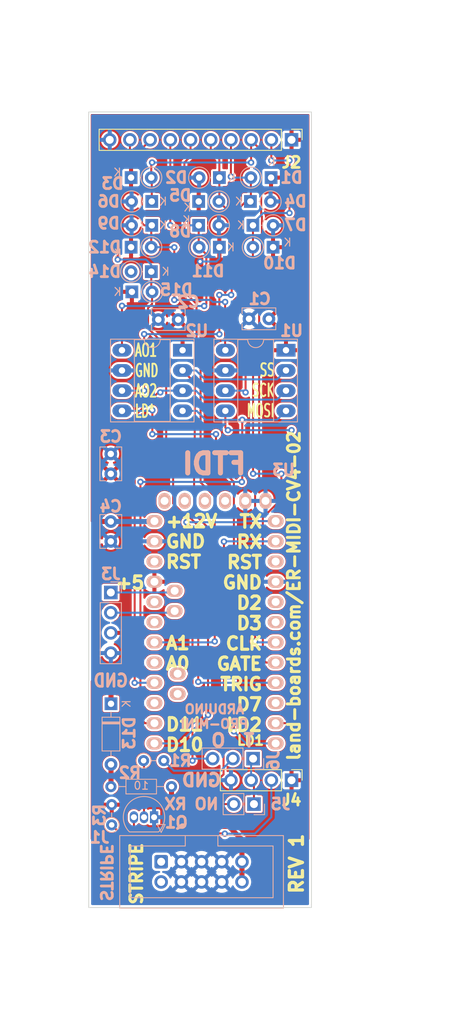
<source format=kicad_pcb>
(kicad_pcb (version 20211014) (generator pcbnew)
  (title_block (title "SYNTH MIDI CONTROLLER") (date "2022-09-23") (rev "1") (company "LAND BOARDS, LLC"))
  (layers (0 "F.Cu" signal) (31 "B.Cu" signal) (34 "B.Paste" user) (35 "F.Paste" user) (36 "B.SilkS" user "B.Silkscreen") (37 "F.SilkS" user "F.Silkscreen") (38 "B.Mask" user) (39 "F.Mask" user) (44 "Edge.Cuts" user))
  (net 0 "")
  (net 1 "+5V")
  (net 2 "+12V")
  (net 5 "Net-(J5-Pad2)")
  (net 6 "GND")
  (net 7 "+12P")
  (net 8 "Net-(D13-Pad2)")
  (net 9 "/SCK")
  (net 10 "/MOSI")
  (net 11 "/LDAC2*")
  (net 12 "/LDAC1*")
  (net 18 "/CV2_D")
  (net 19 "/CV1_D")
  (net 20 "/CV3_D")
  (net 21 "/CV4_D")
  (net 22 "/SDA")
  (net 23 "/SCL")
  (net 29 "/POT")
  (net 32 "/SS")
  (net 35 "/RBO")
  (net 36 "/TXD")
  (net 37 "/MIDI_OUT")
  (net 38 "/MIDI_IN")
  (net 39 "/GATE_D")
  (net 40 "/CLK_D")
  (net 41 "/TRIG_D")
  (net 42 "Net-(R1-Pad2)")
  (footprint "Connector_PinHeader_2.54mm:PinHeader_1x10_P2.54mm_Vertical" (layer "F.Cu") (at 126.5 35.5 -90)
    (fp_text reference "J2" (at 2.84 -0.000001) (layer "F.SilkS") (effects (font (size 1.397 1.397) (thickness 0.34925))))
    (fp_text value "HEADER, STRT, 1x10")
    (pad "1" thru_hole rect (at 0 0 270) (size 1.7 1.7) (drill 1) (layers *.Cu *.Mask) (net 1 "+5V"))
    (pad "2" thru_hole oval (at 0 2.54 270) (size 1.7 1.7) (drill 1) (layers *.Cu *.Mask) (net 39 "/GATE_D"))
    (pad "3" thru_hole oval (at 0 5.08 270) (size 1.7 1.7) (drill 1) (layers *.Cu *.Mask) (net 40 "/CLK_D"))
    (pad "4" thru_hole oval (at 0 7.62 270) (size 1.7 1.7) (drill 1) (layers *.Cu *.Mask) (net 21 "/CV4_D"))
    (pad "5" thru_hole oval (at 0 10.16 270) (size 1.7 1.7) (drill 1) (layers *.Cu *.Mask) (net 18 "/CV2_D"))
    (pad "6" thru_hole oval (at 0 12.7 270) (size 1.7 1.7) (drill 1) (layers *.Cu *.Mask) (net 29 "/POT"))
    (pad "7" thru_hole oval (at 0 15.24 270) (size 1.7 1.7) (drill 1) (layers *.Cu *.Mask) (net 19 "/CV1_D"))
    (pad "8" thru_hole oval (at 0 17.78 270) (size 1.7 1.7) (drill 1) (layers *.Cu *.Mask) (net 20 "/CV3_D"))
    (pad "9" thru_hole oval (at 0 20.32 270) (size 1.7 1.7) (drill 1) (layers *.Cu *.Mask) (net 41 "/TRIG_D"))
    (pad "10" thru_hole oval (at 0 22.86 270) (size 1.7 1.7) (drill 1) (layers *.Cu *.Mask) (net 6 "GND"))
  )
  (footprint "Connector_PinHeader_2.54mm:PinHeader_1x04_P2.54mm_Vertical" (layer "F.Cu") (at 126.5 116 -90)
    (fp_text reference "J4" (at 2.5 0) (layer "F.SilkS") (effects (font (size 1.397 1.397) (thickness 0.34925))))
    (fp_text value "HEADER, STRT, 1x4")
    (pad "1" thru_hole rect (at 0 0 270) (size 1.7 1.7) (drill 1) (layers *.Cu *.Mask) (net 1 "+5V"))
    (pad "2" thru_hole oval (at 0 2.54 270) (size 1.7 1.7) (drill 1) (layers *.Cu *.Mask) (net 37 "/MIDI_OUT"))
    (pad "3" thru_hole oval (at 0 5.08 270) (size 1.7 1.7) (drill 1) (layers *.Cu *.Mask) (net 38 "/MIDI_IN"))
    (pad "4" thru_hole oval (at 0 7.62 270) (size 1.7 1.7) (drill 1) (layers *.Cu *.Mask) (net 6 "GND"))
  )
  (footprint "Diode_THT:D_DO-35_SOD27_P2.54mm_Vertical_KathodeUp" (layer "B.Cu") (at 114.824315 46.25)
    (fp_text reference "D8" (at -2.324315 0.750008) (layer "B.SilkS") (effects (font (size 1.397 1.397) (thickness 0.34925)) (justify mirror)))
    (fp_text value "BAT41")
    (fp_text user "K" (at -1.540315 -0.657) (layer "B.SilkS") (effects (justify mirror)))
    (pad "1" thru_hole rect (at 0 0) (size 1.6 1.6) (drill 0.8) (layers *.Cu *.Mask) (net 19 "/CV1_D"))
    (pad "2" thru_hole oval (at 2.54 0) (size 1.6 1.6) (drill 0.8) (layers *.Cu *.Mask) (net 6 "GND"))
  )
  (footprint "Resistor_THT:R_Axial_DIN0204_L3.6mm_D1.6mm_P2.54mm_Vertical" (layer "B.Cu") (at 107.9 113.538)
    (fp_text reference "R1" (at 4.622 0) (layer "B.SilkS") (effects (font (size 1.397 1.397) (thickness 0.34925)) (justify mirror)))
    (fp_text value "2.2K")
    (pad "1" thru_hole circle (at 0 0) (size 1.4 1.4) (drill 0.7) (layers *.Cu *.Mask) (net 35 "/RBO"))
    (pad "2" thru_hole oval (at 2.54 0) (size 1.4 1.4) (drill 0.7) (layers *.Cu *.Mask) (net 42 "Net-(R1-Pad2)"))
  )
  (footprint "Connector_PinHeader_2.54mm:PinHeader_1x02_P2.54mm_Vertical" (layer "B.Cu") (at 121.775 119 90)
    (fp_text reference "J5" (at 0 3.325) (layer "B.SilkS") (effects (font (size 1.397 1.397) (thickness 0.34925)) (justify mirror)))
    (fp_text value "HEADER, STRT, 1x2")
    (pad "1" thru_hole rect (at 0 0 90) (size 1.7 1.7) (drill 1) (layers *.Cu *.Mask) (net 38 "/MIDI_IN"))
    (pad "2" thru_hole oval (at 0 -2.54 90) (size 1.7 1.7) (drill 1) (layers *.Cu *.Mask) (net 5 "Net-(J5-Pad2)"))
  )
  (footprint "Diode_THT:D_DO-35_SOD27_P2.54mm_Vertical_KathodeUp" (layer "B.Cu") (at 106.324315 40.25)
    (fp_text reference "D3" (at -2.324315 0.749994) (layer "B.SilkS") (effects (font (size 1.397 1.397) (thickness 0.34925)) (justify mirror)))
    (fp_text value "BAT41")
    (fp_text user "K" (at -1.724315 -0.65) (layer "B.SilkS") (effects (justify mirror)))
    (pad "1" thru_hole rect (at 0 0) (size 1.6 1.6) (drill 0.8) (layers *.Cu *.Mask) (net 1 "+5V"))
    (pad "2" thru_hole oval (at 2.54 0) (size 1.6 1.6) (drill 0.8) (layers *.Cu *.Mask) (net 40 "/CLK_D"))
  )
  (footprint "Capacitor_THT:C_Rect_L4.0mm_W2.5mm_P2.50mm" (layer "B.Cu") (at 123.65 58 180)
    (fp_text reference "C1" (at 1.15 2.5) (layer "B.SilkS") (effects (font (size 1.397 1.397) (thickness 0.34925)) (justify mirror)))
    (fp_text value "0.1uF")
    (pad "1" thru_hole circle (at 0 0 180) (size 1.6 1.6) (drill 0.8) (layers *.Cu *.Mask) (net 1 "+5V"))
    (pad "2" thru_hole circle (at 2.5 0 180) (size 1.6 1.6) (drill 0.8) (layers *.Cu *.Mask) (net 6 "GND"))
  )
  (footprint "Resistor_THT:R_Axial_DIN0204_L3.6mm_D1.6mm_P2.54mm_Vertical" (layer "B.Cu") (at 103.886 121.616 90)
    (fp_text reference "R3" (at 1.23 -1.524 90) (layer "B.SilkS") (effects (font (size 1.397 1.397) (thickness 0.34925)) (justify mirror)))
    (fp_text value "470")
    (pad "1" thru_hole circle (at 0 0 90) (size 1.4 1.4) (drill 0.7) (layers *.Cu *.Mask) (net 37 "/MIDI_OUT"))
    (pad "2" thru_hole oval (at 2.54 0 90) (size 1.4 1.4) (drill 0.7) (layers *.Cu *.Mask) (net 1 "+5V"))
  )
  (footprint "Diode_THT:D_DO-35_SOD27_P2.54mm_Vertical_KathodeUp" (layer "B.Cu") (at 106.324315 49)
    (fp_text reference "D12" (at -3.324315 0) (layer "B.SilkS") (effects (font (size 1.397 1.397) (thickness 0.34925)) (justify mirror)))
    (fp_text value "BAT41")
    (fp_text user "K" (at -1.676315 0.784) (layer "B.SilkS") (effects (justify mirror)))
    (pad "1" thru_hole rect (at 0 0) (size 1.6 1.6) (drill 0.8) (layers *.Cu *.Mask) (net 1 "+5V"))
    (pad "2" thru_hole oval (at 2.54 0) (size 1.6 1.6) (drill 0.8) (layers *.Cu *.Mask) (net 20 "/CV3_D"))
  )
  (footprint "Package_DIP:DIP-8_W7.62mm_Socket_LongPads" (layer "B.Cu") (at 125.8 61.95 180)
    (fp_text reference "U1" (at -0.7 2.45) (layer "B.SilkS") (effects (font (size 1.397 1.397) (thickness 0.34925)) (justify mirror)))
    (fp_text value "MCP4822-E/P")
    (pad "1" thru_hole rect (at 0 0 180) (size 2.4 1.6) (drill 0.8) (layers *.Cu *.Mask) (net 1 "+5V"))
    (pad "2" thru_hole oval (at 0 -2.54 180) (size 2.4 1.6) (drill 0.8) (layers *.Cu *.Mask) (net 32 "/SS"))
    (pad "3" thru_hole oval (at 0 -5.08 180) (size 2.4 1.6) (drill 0.8) (layers *.Cu *.Mask) (net 9 "/SCK"))
    (pad "4" thru_hole oval (at 0 -7.62 180) (size 2.4 1.6) (drill 0.8) (layers *.Cu *.Mask) (net 10 "/MOSI"))
    (pad "5" thru_hole oval (at 7.62 -7.62 180) (size 2.4 1.6) (drill 0.8) (layers *.Cu *.Mask) (net 11 "/LDAC2*"))
    (pad "6" thru_hole oval (at 7.62 -5.08 180) (size 2.4 1.6) (drill 0.8) (layers *.Cu *.Mask) (net 21 "/CV4_D"))
    (pad "7" thru_hole oval (at 7.62 -2.54 180) (size 2.4 1.6) (drill 0.8) (layers *.Cu *.Mask) (net 6 "GND"))
    (pad "8" thru_hole oval (at 7.62 0 180) (size 2.4 1.6) (drill 0.8) (layers *.Cu *.Mask) (net 20 "/CV3_D"))
  )
  (footprint "Capacitor_THT:C_Rect_L4.0mm_W2.5mm_P2.50mm" (layer "B.Cu") (at 103.775 83.481 -90)
    (fp_text reference "C4" (at -1.904988 -0.000002) (layer "B.SilkS") (effects (font (size 1.397 1.397) (thickness 0.34925)) (justify mirror)))
    (fp_text value "0.1uF")
    (pad "1" thru_hole circle (at 0 0 270) (size 1.6 1.6) (drill 0.8) (layers *.Cu *.Mask) (net 7 "+12P"))
    (pad "2" thru_hole circle (at 2.5 0 270) (size 1.6 1.6) (drill 0.8) (layers *.Cu *.Mask) (net 6 "GND"))
  )
  (footprint "Package_DIP:DIP-8_W7.62mm_Socket_LongPads" (layer "B.Cu") (at 112.8 61.95 180)
    (fp_text reference "U2" (at -1.799999 2.45) (layer "B.SilkS") (effects (font (size 1.397 1.397) (thickness 0.34925)) (justify mirror)))
    (fp_text value "MCP4822-E/P")
    (pad "1" thru_hole rect (at 0 0 180) (size 2.4 1.6) (drill 0.8) (layers *.Cu *.Mask) (net 1 "+5V"))
    (pad "2" thru_hole oval (at 0 -2.54 180) (size 2.4 1.6) (drill 0.8) (layers *.Cu *.Mask) (net 32 "/SS"))
    (pad "3" thru_hole oval (at 0 -5.08 180) (size 2.4 1.6) (drill 0.8) (layers *.Cu *.Mask) (net 9 "/SCK"))
    (pad "4" thru_hole oval (at 0 -7.62 180) (size 2.4 1.6) (drill 0.8) (layers *.Cu *.Mask) (net 10 "/MOSI"))
    (pad "5" thru_hole oval (at 7.62 -7.62 180) (size 2.4 1.6) (drill 0.8) (layers *.Cu *.Mask) (net 12 "/LDAC1*"))
    (pad "6" thru_hole oval (at 7.62 -5.08 180) (size 2.4 1.6) (drill 0.8) (layers *.Cu *.Mask) (net 18 "/CV2_D"))
    (pad "7" thru_hole oval (at 7.62 -2.54 180) (size 2.4 1.6) (drill 0.8) (layers *.Cu *.Mask) (net 6 "GND"))
    (pad "8" thru_hole oval (at 7.62 0 180) (size 2.4 1.6) (drill 0.8) (layers *.Cu *.Mask) (net 19 "/CV1_D"))
  )
  (footprint "Diode_THT:D_DO-35_SOD27_P2.54mm_Vertical_KathodeUp" (layer "B.Cu") (at 114.824315 43.25)
    (fp_text reference "D5" (at -2.324315 -0.75) (layer "B.SilkS") (effects (font (size 1.397 1.397) (thickness 0.34925)) (justify mirror)))
    (fp_text value "BAT41")
    (fp_text user "K" (at -1.413315 0.75) (layer "B.SilkS") (effects (justify mirror)))
    (pad "1" thru_hole rect (at 0 0) (size 1.6 1.6) (drill 0.8) (layers *.Cu *.Mask) (net 1 "+5V"))
    (pad "2" thru_hole oval (at 2.54 0) (size 1.6 1.6) (drill 0.8) (layers *.Cu *.Mask) (net 18 "/CV2_D"))
  )
  (footprint "Diode_THT:D_DO-35_SOD27_P2.54mm_Vertical_KathodeUp" (layer "B.Cu") (at 106.426 54.61)
    (fp_text reference "D15" (at 5.588 -0.254) (layer "B.SilkS") (effects (font (size 1.397 1.397) (thickness 0.34925)) (justify mirror)))
    (fp_text value "BAT41")
    (fp_text user "K" (at -1.8 0) (layer "B.SilkS") (effects (justify mirror)))
    (pad "1" thru_hole rect (at 0 0) (size 1.6 1.6) (drill 0.8) (layers *.Cu *.Mask) (net 1 "+5V"))
    (pad "2" thru_hole oval (at 2.54 0) (size 1.6 1.6) (drill 0.8) (layers *.Cu *.Mask) (net 41 "/TRIG_D"))
  )
  (footprint "Diode_THT:D_DO-35_SOD27_P2.54mm_Vertical_KathodeUp" (layer "B.Cu") (at 108.867686 52.07 180)
    (fp_text reference "D14" (at 5.867686 0) (layer "B.SilkS") (effects (font (size 1.397 1.397) (thickness 0.34925)) (justify mirror)))
    (fp_text value "BAT41")
    (fp_text user "K" (at -1.8 0) (layer "B.SilkS") (effects (justify mirror)))
    (pad "1" thru_hole rect (at 0 0 180) (size 1.6 1.6) (drill 0.8) (layers *.Cu *.Mask) (net 41 "/TRIG_D"))
    (pad "2" thru_hole oval (at 2.54 0 180) (size 1.6 1.6) (drill 0.8) (layers *.Cu *.Mask))
  )
  (footprint "Connector_PinHeader_2.54mm:PinHeader_1x03_P2.54mm_Vertical" (layer "B.Cu") (at 121.666 113.284 90)
    (fp_text reference "J6" (at -0.254 2.54 90) (layer "B.SilkS") (effects (font (size 1.397 1.397) (thickness 0.34925)) (justify mirror)))
    (fp_text value "Conn_01x03")
    (pad "1" thru_hole rect (at 0 0 90) (size 1.7 1.7) (drill 1) (layers *.Cu *.Mask) (net 38 "/MIDI_IN"))
    (pad "2" thru_hole oval (at 0 -2.54 90) (size 1.7 1.7) (drill 1) (layers *.Cu *.Mask) (net 42 "Net-(R1-Pad2)"))
    (pad "3" thru_hole oval (at 0 -5.08 90) (size 1.7 1.7) (drill 1) (layers *.Cu *.Mask) (net 36 "/TXD"))
  )
  (footprint "Diode_THT:D_DO-35_SOD27_P2.54mm_Vertical_KathodeUp" (layer "B.Cu") (at 121.648629 46.25)
    (fp_text reference "D7" (at 5.351371 -0.049991) (layer "B.SilkS") (effects (font (size 1.397 1.397) (thickness 0.34925)) (justify mirror)))
    (fp_text value "BAT41")
    (fp_text user "K" (at -1.506629 -0.022) (layer "B.SilkS") (effects (justify mirror)))
    (pad "1" thru_hole rect (at 0 0) (size 1.6 1.6) (drill 0.8) (layers *.Cu *.Mask) (net 39 "/GATE_D"))
    (pad "2" thru_hole oval (at 2.54 0) (size 1.6 1.6) (drill 0.8) (layers *.Cu *.Mask) (net 6 "GND"))
  )
  (footprint "Diode_THT:D_DO-35_SOD27_P2.54mm_Vertical_KathodeUp" (layer "B.Cu") (at 123.925686 40.25 180)
    (fp_text reference "D1" (at -2.574314 -0.000008) (layer "B.SilkS") (effects (font (size 1.397 1.397) (thickness 0.34925)) (justify mirror)))
    (fp_text value "BAT41")
    (fp_text user "K" (at -0.074314 2) (layer "B.SilkS") (effects (justify mirror)))
    (pad "1" thru_hole rect (at 0 0 180) (size 1.6 1.6) (drill 0.8) (layers *.Cu *.Mask) (net 1 "+5V"))
    (pad "2" thru_hole oval (at 2.54 0 180) (size 1.6 1.6) (drill 0.8) (layers *.Cu *.Mask) (net 21 "/CV4_D"))
  )
  (footprint "Connector_IDC:IDC-Header_2x05_P2.54mm_Vertical" (layer "B.Cu") (at 110.109 126.2475 -90)
    (fp_text reference "J1" (at -3.0575 7.747 180) (layer "B.SilkS") (effects (font (size 1.397 1.397) (thickness 0.34925)) (justify mirror)))
    (fp_text value "CONN, IDC, 2X5")
    (pad "1" thru_hole roundrect (at 0 0 270) (size 1.7 1.7) (drill 1) (layers *.Cu *.Mask) (roundrect_rratio 0.1470588235))
    (pad "2" thru_hole circle (at 2.54 0 270) (size 1.7 1.7) (drill 1) (layers *.Cu *.Mask))
    (pad "3" thru_hole circle (at 0 -2.54 270) (size 1.7 1.7) (drill 1) (layers *.Cu *.Mask) (net 6 "GND"))
    (pad "4" thru_hole circle (at 2.54 -2.54 270) (size 1.7 1.7) (drill 1) (layers *.Cu *.Mask) (net 6 "GND"))
    (pad "5" thru_hole circle (at 0 -5.08 270) (size 1.7 1.7) (drill 1) (layers *.Cu *.Mask) (net 6 "GND"))
    (pad "6" thru_hole circle (at 2.54 -5.08 270) (size 1.7 1.7) (drill 1) (layers *.Cu *.Mask) (net 6 "GND"))
    (pad "7" thru_hole circle (at 0 -7.62 270) (size 1.7 1.7) (drill 1) (layers *.Cu *.Mask) (net 6 "GND"))
    (pad "8" thru_hole circle (at 2.54 -7.62 270) (size 1.7 1.7) (drill 1) (layers *.Cu *.Mask) (net 6 "GND"))
    (pad "9" thru_hole circle (at 0 -10.16 270) (size 1.7 1.7) (drill 1) (layers *.Cu *.Mask) (net 2 "+12V"))
    (pad "10" thru_hole circle (at 2.54 -10.16 270) (size 1.7 1.7) (drill 1) (layers *.Cu *.Mask) (net 2 "+12V"))
  )
  (footprint "Diode_THT:D_DO-35_SOD27_P2.54mm_Vertical_KathodeUp" (layer "B.Cu") (at 117.425686 49 180)
    (fp_text reference "D11" (at 1.425686 -3) (layer "B.SilkS") (effects (font (size 1.397 1.397) (thickness 0.34925)) (justify mirror)))
    (fp_text value "BAT41")
    (fp_text user "K" (at -1.446314 0) (layer "B.SilkS") (effects (justify mirror)))
    (pad "1" thru_hole rect (at 0 0 180) (size 1.6 1.6) (drill 0.8) (layers *.Cu *.Mask) (net 1 "+5V"))
    (pad "2" thru_hole oval (at 2.54 0 180) (size 1.6 1.6) (drill 0.8) (layers *.Cu *.Mask) (net 19 "/CV1_D"))
  )
  (footprint "Diode_THT:D_DO-35_SOD27_P2.54mm_Vertical_KathodeUp" (layer "B.Cu") (at 117.425686 40.25 180)
    (fp_text reference "D2" (at 5.425686 -0.000008) (layer "B.SilkS") (effects (font (size 1.397 1.397) (thickness 0.34925)) (justify mirror)))
    (fp_text value "BAT41")
    (fp_text user "K" (at -1.574314 0) (layer "B.SilkS") (effects (justify mirror)))
    (pad "1" thru_hole rect (at 0 0 180) (size 1.6 1.6) (drill 0.8) (layers *.Cu *.Mask) (net 18 "/CV2_D"))
    (pad "2" thru_hole oval (at 2.54 0 180) (size 1.6 1.6) (drill 0.8) (layers *.Cu *.Mask) (net 6 "GND"))
  )
  (footprint "LandBoards_BoardOutlines:ArduProMini" (layer "B.Cu") (at 127.040005 77.080008 180)
    (fp_text reference "U3" (at 1.540005 0.080008) (layer "B.SilkS") (effects (font (size 1.397 1.397) (thickness 0.34925)) (justify mirror)))
    (fp_text value "ARDUINO PRO MINI 5V" hide)
    (pad "1" thru_hole oval locked (at 3.81 -3.81 180) (size 1.524 2) (drill 1) (layers *.Cu *.Mask "B.SilkS") (net 6 "GND"))
    (pad "2" thru_hole oval locked (at 6.35 -3.81 180) (size 1.524 2) (drill 1) (layers *.Cu *.Mask "B.SilkS") (net 6 "GND"))
    (pad "3" thru_hole oval locked (at 8.89 -3.81 180) (size 1.524 2) (drill 1) (layers *.Cu *.Mask "B.SilkS"))
    (pad "4" thru_hole oval locked (at 11.43 -3.81 180) (size 1.524 2) (drill 1) (layers *.Cu *.Mask "B.SilkS"))
    (pad "5" thru_hole oval locked (at 13.97 -3.81 180) (size 1.524 2) (drill 1) (layers *.Cu *.Mask "B.SilkS"))
    (pad "6" thru_hole oval locked (at 16.51 -3.81 180) (size 1.524 2) (drill 1) (layers *.Cu *.Mask "B.SilkS"))
    (pad "7" thru_hole oval locked (at 2.54 -6.35 180) (size 2 1.524) (drill 1) (layers *.Cu *.Mask "B.SilkS") (net 36 "/TXD"))
    (pad "8" thru_hole oval locked (at 2.54 -8.89 180) (size 2 1.524) (drill 1) (layers *.Cu *.Mask "B.SilkS") (net 5 "Net-(J5-Pad2)"))
    (pad "9" thru_hole oval locked (at 2.54 -11.43 180) (size 2 1.524) (drill 1) (layers *.Cu *.Mask "B.SilkS"))
    (pad "10" thru_hole oval locked (at 2.54 -13.97 180) (size 2 1.524) (drill 1) (layers *.Cu *.Mask "B.SilkS") (net 6 "GND"))
    (pad "11" thru_hole oval locked (at 2.54 -16.51 180) (size 2 1.524) (drill 1) (layers *.Cu *.Mask "B.SilkS"))
    (pad "12" thru_hole oval locked (at 2.54 -19.05 180) (size 2 1.524) (drill 1) (layers *.Cu *.Mask "B.SilkS"))
    (pad "13" thru_hole oval locked (at 2.54 -21.59 180) (size 2 1.524) (drill 1) (layers *.Cu *.Mask "B.SilkS") (net 40 "/CLK_D"))
    (pad "14" thru_hole oval locked (at 2.54 -24.13 180) (size 2 1.524) (drill 1) (layers *.Cu *.Mask "B.SilkS") (net 39 "/GATE_D"))
    (pad "15" thru_hole oval locked (at 2.54 -26.67 180) (size 2 1.524) (drill 1) (layers *.Cu *.Mask "B.SilkS") (net 41 "/TRIG_D"))
    (pad "16" thru_hole oval locked (at 2.54 -29.21 180) (size 2 1.524) (drill 1) (layers *.Cu *.Mask "B.SilkS"))
    (pad "17" thru_hole oval locked (at 2.54 -31.75 180) (size 2 1.524) (drill 1) (layers *.Cu *.Mask "B.SilkS") (net 11 "/LDAC2*"))
    (pad "18" thru_hole oval locked (at 2.54 -34.29 180) (size 2 1.524) (drill 1) (layers *.Cu *.Mask "B.SilkS") (net 12 "/LDAC1*"))
    (pad "19" thru_hole oval locked (at 17.78 -6.35 180) (size 2 1.524) (drill 1) (layers *.Cu *.Mask "B.SilkS") (net 7 "+12P"))
    (pad "20" thru_hole oval locked (at 17.78 -8.89 180) (size 2 1.524) (drill 1) (layers *.Cu *.Mask "B.SilkS") (net 6 "GND"))
    (pad "21" thru_hole oval locked (at 17.78 -11.43 180) (size 2 1.524) (drill 1) (layers *.Cu *.Mask "B.SilkS"))
    (pad "22" thru_hole oval locked (at 17.78 -13.97 180) (size 2 1.524) (drill 1) (layers *.Cu *.Mask "B.SilkS") (net 1 "+5V"))
    (pad "23" thru_hole oval locked (at 17.78 -16.51 180) (size 2 1.524) (drill 1) (layers *.Cu *.Mask "B.SilkS"))
    (pad "24" thru_hole oval locked (at 17.78 -19.05 180) (size 2 1.524) (drill 1) (layers *.Cu *.Mask "B.SilkS"))
    (pad "25" thru_hole oval locked (at 17.78 -21.59 180) (size 2 1.524) (drill 1) (layers *.Cu *.Mask "B.SilkS") (net 29 "/POT"))
    (pad "26" thru_hole oval locked (at 17.78 -24.13 180) (size 2 1.524) (drill 1) (layers *.Cu *.Mask "B.SilkS"))
    (pad "27" thru_hole oval locked (at 17.78 -26.67 180) (size 2 1.524) (drill 1) (layers *.Cu *.Mask "B.SilkS") (net 9 "/SCK"))
    (pad "28" thru_hole oval locked (at 17.78 -29.21 180) (size 2 1.524) (drill 1) (layers *.Cu *.Mask "B.SilkS"))
    (pad "29" thru_hole oval locked (at 17.78 -31.75 180) (size 2 1.524) (drill 1) (layers *.Cu *.Mask "B.SilkS") (net 10 "/MOSI"))
    (pad "30" thru_hole oval locked (at 17.78 -34.29 180) (size 2 1.524) (drill 1) (layers *.Cu *.Mask "B.SilkS") (net 32 "/SS"))
    (pad "31" thru_hole oval locked (at 15.24 -15.113 180) (size 2 1.524) (drill 1) (layers *.Cu *.Mask "B.SilkS") (net 23 "/SCL"))
    (pad "32" thru_hole oval locked (at 15.24 -17.653 180) (size 2 1.524) (drill 1) (layers *.Cu *.Mask "B.SilkS") (net 22 "/SDA"))
    (pad "34" thru_hole oval locked (at 14.859 -25.527 180) (size 2 1.524) (drill 1) (layers *.Cu *.Mask "B.SilkS"))
    (pad "35" thru_hole oval locked (at 14.859 -28.067 180) (size 2 1.524) (drill 1) (layers *.Cu *.Mask "B.SilkS"))
  )
  (footprint "Capacitor_THT:C_Rect_L4.0mm_W2.5mm_P2.50mm" (layer "B.Cu") (at 103.775 77.481 90)
    (fp_text reference "C3" (at 4.679012 0.000002 180) (layer "B.SilkS") (effects (font (size 1.397 1.397) (thickness 0.34925)) (justify mirror)))
    (fp_text value "0.1uF")
    (pad "1" thru_hole circle (at 0 0 90) (size 1.6 1.6) (drill 0.8) (layers *.Cu *.Mask) (net 1 "+5V"))
    (pad "2" thru_hole circle (at 2.5 0 90) (size 1.6 1.6) (drill 0.8) (layers *.Cu *.Mask) (net 6 "GND"))
  )
  (footprint "Diode_THT:D_DO-35_SOD27_P2.54mm_Vertical_KathodeUp" (layer "B.Cu") (at 108.925686 43.25 180)
    (fp_text reference "D6" (at 5.425686 -0.000002) (layer "B.SilkS") (effects (font (size 1.397 1.397) (thickness 0.34925)) (justify mirror)))
    (fp_text value "BAT41")
    (fp_text user "K" (at -1.437314 0) (layer "B.SilkS") (effects (justify mirror)))
    (pad "1" thru_hole rect (at 0 0 180) (size 1.6 1.6) (drill 0.8) (layers *.Cu *.Mask) (net 40 "/CLK_D"))
    (pad "2" thru_hole oval (at 2.54 0 180) (size 1.6 1.6) (drill 0.8) (layers *.Cu *.Mask) (net 6 "GND"))
  )
  (footprint "Capacitor_THT:C_Rect_L4.0mm_W2.5mm_P2.50mm" (layer "B.Cu") (at 112.25 58.1 180)
    (fp_text reference "C2" (at -1.288 2.22 180) (layer "B.SilkS") (effects (font (size 1.397 1.397) (thickness 0.34925)) (justify mirror)))
    (fp_text value "0.1uF")
    (pad "1" thru_hole circle (at 0 0 180) (size 1.6 1.6) (drill 0.8) (layers *.Cu *.Mask) (net 1 "+5V"))
    (pad "2" thru_hole circle (at 2.5 0 180) (size 1.6 1.6) (drill 0.8) (layers *.Cu *.Mask) (net 6 "GND"))
  )
  (footprint "Connector_PinHeader_2.54mm:PinHeader_1x04_P2.54mm_Vertical" (layer "B.Cu") (at 103.775 92.401 180)
    (fp_text reference "J3" (at -0.000002 2.330009) (layer "B.SilkS") (effects (font (size 1.397 1.397) (thickness 0.34925)) (justify mirror)))
    (fp_text value "Conn_01x04")
    (pad "1" thru_hole rect (at 0 0 180) (size 1.7 1.7) (drill 1) (layers *.Cu *.Mask) (net 23 "/SCL"))
    (pad "2" thru_hole oval (at 0 -2.54 180) (size 1.7 1.7) (drill 1) (layers *.Cu *.Mask) (net 22 "/SDA"))
    (pad "3" thru_hole oval (at 0 -5.08 180) (size 1.7 1.7) (drill 1) (layers *.Cu *.Mask) (net 1 "+5V"))
    (pad "4" thru_hole oval (at 0 -7.62 180) (size 1.7 1.7) (drill 1) (layers *.Cu *.Mask) (net 6 "GND"))
  )
  (footprint "Package_TO_SOT_THT:TO-92_Inline" (layer "B.Cu") (at 109.22 120.65 180)
    (fp_text reference "Q1" (at -2.794 -0.656) (layer "B.SilkS") (effects (font (size 1.397 1.397) (thickness 0.34925)) (justify mirror)))
    (fp_text value "2N3904")
    (pad "1" thru_hole rect (at 0 0 180) (size 1.05 1.5) (drill 0.75) (layers *.Cu *.Mask) (net 6 "GND"))
    (pad "2" thru_hole oval (at 1.27 0 180) (size 1.05 1.5) (drill 0.75) (layers *.Cu *.Mask) (net 35 "/RBO"))
    (pad "3" thru_hole oval (at 2.54 0 180) (size 1.05 1.5) (drill 0.75) (layers *.Cu *.Mask) (net 37 "/MIDI_OUT"))
  )
  (footprint "Resistor_THT:R_Axial_DIN0204_L3.6mm_D1.6mm_P7.62mm_Horizontal" (layer "B.Cu") (at 111.41 116.8 180)
    (fp_text reference "R2" (at 5.238 1.738) (layer "B.SilkS") (effects (font (size 1.397 1.397) (thickness 0.34925)) (justify mirror)))
    (fp_text value "10" (at 3.81 0.127) (layer "B.SilkS") (effects (justify mirror)))
    (pad "1" thru_hole circle (at 0 0 180) (size 1.4 1.4) (drill 0.7) (layers *.Cu *.Mask) (net 2 "+12V"))
    (pad "2" thru_hole oval (at 7.62 0 180) (size 1.4 1.4) (drill 0.7) (layers *.Cu *.Mask) (net 8 "Net-(D13-Pad2)"))
  )
  (footprint "Diode_THT:D_DO-35_SOD27_P2.54mm_Vertical_KathodeUp" (layer "B.Cu") (at 108.925686 46.25 180)
    (fp_text reference "D9" (at 5.425686 0.25) (layer "B.SilkS") (effects (font (size 1.397 1.397) (thickness 0.34925)) (justify mirror)))
    (fp_text value "BAT41")
    (fp_text user "K" (at -1.437314 0.022) (layer "B.SilkS") (effects (justify mirror)))
    (pad "1" thru_hole rect (at 0 0 180) (size 1.6 1.6) (drill 0.8) (layers *.Cu *.Mask) (net 20 "/CV3_D"))
    (pad "2" thru_hole oval (at 2.54 0 180) (size 1.6 1.6) (drill 0.8) (layers *.Cu *.Mask) (net 6 "GND"))
  )
  (footprint "Diode_THT:D_DO-35_SOD27_P7.62mm_Horizontal" (layer "B.Cu") (at 103.8 106.39 -90)
    (fp_text reference "D13" (at 3.683 -2.286 90) (layer "B.SilkS") (effects (font (size 1.397 1.397) (thickness 0.34925)) (justify mirror)))
    (fp_text value "BAT41")
    (fp_text user "K" (at 0 -1.942 90) (layer "B.SilkS") (effects (justify mirror)))
    (pad "1" thru_hole rect (at 0 0 270) (size 1.6 1.6) (drill 0.8) (layers *.Cu *.Mask) (net 7 "+12P"))
    (pad "2" thru_hole oval (at 7.62 0 270) (size 1.6 1.6) (drill 0.8) (layers *.Cu *.Mask) (net 8 "Net-(D13-Pad2)"))
  )
  (footprint "Diode_THT:D_DO-35_SOD27_P2.54mm_Vertical_KathodeUp" (layer "B.Cu") (at 121.324315 43.25)
    (fp_text reference "D4" (at 5.675685 0.000002) (layer "B.SilkS") (effects (font (size 1.397 1.397) (thickness 0.34925)) (justify mirror)))
    (fp_text value "BAT41")
    (fp_text user "K" (at -1.436315 0) (layer "B.SilkS") (effects (justify mirror)))
    (pad "1" thru_hole rect (at 0 0) (size 1.6 1.6) (drill 0.8) (layers *.Cu *.Mask) (net 21 "/CV4_D"))
    (pad "2" thru_hole oval (at 2.54 0) (size 1.6 1.6) (drill 0.8) (layers *.Cu *.Mask) (net 6 "GND"))
  )
  (footprint "Diode_THT:D_DO-35_SOD27_P2.54mm_Vertical_KathodeUp" (layer "B.Cu") (at 124.175686 49 180)
    (fp_text reference "D10" (at -0.824314 -2) (layer "B.SilkS") (effects (font (size 1.397 1.397) (thickness 0.34925)) (justify mirror)))
    (fp_text value "BAT41")
    (fp_text user "K" (at -1.824314 0.6) (layer "B.SilkS") (effects (justify mirror)))
    (pad "1" thru_hole rect (at 0 0 180) (size 1.6 1.6) (drill 0.8) (layers *.Cu *.Mask) (net 1 "+5V"))
    (pad "2" thru_hole oval (at 2.54 0 180) (size 1.6 1.6) (drill 0.8) (layers *.Cu *.Mask) (net 39 "/GATE_D"))
  )
  (gr_rect (start 101 32) (end 129 132) (layer "Edge.Cuts") (width 0.1) (fill none))
  (gr_text "ARDUINO\nPRO-MINI" (at 116.8 108) (layer "B.SilkS") (effects (font (size 1.143 1.143) (thickness 0.28575)) (justify mirror)))
  (gr_text "T  O" (at 116.205 111) (layer "B.SilkS") (effects (font (size 1.5875 1.5875) (thickness 0.396875)) (justify right mirror)))
  (gr_text "GND" (at 112.5 116) (layer "B.SilkS") (effects (font (size 1.5875 1.5875) (thickness 0.396875)) (justify right mirror)))
  (gr_text "FTDI" (at 116.775 76.231) (layer "B.SilkS") (effects (font (size 2.54 2.54) (thickness 0.635)) (justify mirror)))
  (gr_text "GND" (at 103.775 103.481) (layer "B.SilkS") (effects (font (size 1.5748 1.397) (thickness 0.34925)) (justify mirror)))
  (gr_text "NO RX" (at 117.5 119) (layer "B.SilkS") (effects (font (size 1.397 1.397) (thickness 0.34925)) (justify left mirror)))
  (gr_text "STRIPE" (at 103.199997 127.599999 270) (layer "B.SilkS") (effects (font (size 1.397 1.397) (thickness 0.34925)) (justify mirror)))
  (gr_text "STRIPE" (at 106.999 127.75 90) (layer "F.SilkS") (effects (font (size 1.5 1.5) (thickness 0.375))))
  (gr_text "REV 1" (at 127.127 126.492 90) (layer "F.SilkS") (effects (font (size 1.651 1.651) (thickness 0.41275))))
  (gr_text "TX\nRX\nRST\nGND\nD2\nD3\nCLK\nGATE\nTRIG\nD7\nLD2\n" (at 123.000008 96.266) (layer "F.SilkS") (effects (font (size 1.5875 1.5875) (thickness 0.396875)) (justify right)))
  (gr_text "land-boards.com/ER-MIDI-CV4-02" (at 126.8 92.8 90) (layer "F.SilkS") (effects (font (size 1.5 1.5) (thickness 0.375))))
  (gr_text "+5" (at 108.204 91.186) (layer "F.SilkS") (effects (font (size 1.5875 1.5875) (thickness 0.396875)) (justify right)))
  (gr_text "AO1\nGND\nAO2\nLD*" (at 106.68 65.786) (layer "F.SilkS") (effects (font (size 1.5875 0.9525) (thickness 0.238125)) (justify left)))
  (gr_text "+12V\nGND\nRST\n\n\n\nA1\nA0\n\n\nD11\nD10" (at 110.500008 97.500008) (layer "F.SilkS") (effects (font (size 1.5875 1.5875) (thickness 0.396875)) (justify left)))
  (gr_text "LD1" (at 123.19 110.998) (layer "F.SilkS") (effects (font (size 1.2 1.2) (thickness 0.3)) (justify right)))
  (gr_text "SS\nSCK\nMOSI" (at 124.500005 66.999993) (layer "F.SilkS") (effects (font (size 1.5875 0.9525) (thickness 0.238125)) (justify right)))
  (via (at 115 50.8) (size 0.8) (drill 0.4) (layers "F.Cu" "B.Cu") (net 1))
  (segment (start 117.425686 49) (end 117.425686 50.425686) (width 0.25) (layer "B.Cu") (net 1))
  (segment (start 117.425686 50.425686) (end 117.051372 50.8) (width 0.25) (layer "B.Cu") (net 1))
  (segment (start 117.051372 50.8) (end 115 50.8) (width 0.25) (layer "B.Cu") (net 1))
  (segment (start 114.2 121.8) (end 111.41 119.01) (width 0.635) (layer "F.Cu") (net 2))
  (segment (start 111.41 116.8) (end 111.41 119.01) (width 0.635) (layer "F.Cu") (net 2))
  (segment (start 120.269 128.7875) (end 120.269 126.2475) (width 0.635) (layer "F.Cu") (net 2))
  (segment (start 118.6 121.8) (end 114.2 121.8) (width 0.635) (layer "F.Cu") (net 2))
  (segment (start 120.269 126.2475) (end 120.269 123.469) (width 0.635) (layer "F.Cu") (net 2))
  (segment (start 120.269 123.469) (end 118.6 121.8) (width 0.635) (layer "F.Cu") (net 2))
  (segment (start 117 116.21899) (end 117 118.5) (width 0.25) (layer "F.Cu") (net 5))
  (segment (start 117.951489 115.267501) (end 117 116.21899) (width 0.25) (layer "F.Cu") (net 5))
  (segment (start 117.951489 110.548511) (end 117.951489 115.267501) (width 0.25) (layer "F.Cu") (net 5))
  (segment (start 118 110.5) (end 117.951489 110.548511) (width 0.25) (layer "F.Cu") (net 5))
  (segment (start 117.5 119) (end 117 118.5) (width 0.25) (layer "F.Cu") (net 5))
  (segment (start 119.235 119) (end 117.5 119) (width 0.25) (layer "F.Cu") (net 5))
  (segment (start 118 110.5) (end 118 86) (width 0.25) (layer "F.Cu") (net 5))
  (via (at 118 86) (size 0.8) (drill 0.4) (layers "F.Cu" "B.Cu") (net 5))
  (segment (start 118 86) (end 118.03 85.97) (width 0.25) (layer "B.Cu") (net 5))
  (segment (start 118.03 85.97) (end 124.5 85.97) (width 0.25) (layer "B.Cu") (net 5))
  (segment (start 102.319 83.481) (end 103.775 83.481) (width 0.635) (layer "F.Cu") (net 7))
  (segment (start 101.953 83.847) (end 102.319 83.481) (width 0.635) (layer "F.Cu") (net 7))
  (segment (start 103.8 105) (end 101.953 103.153) (width 0.635) (layer "F.Cu") (net 7))
  (segment (start 103.8 106.39) (end 103.8 105) (width 0.635) (layer "F.Cu") (net 7))
  (segment (start 102.519 83.481) (end 101.75 84.25) (width 0.25) (layer "F.Cu") (net 7))
  (segment (start 103.775 83.481) (end 102.519 83.481) (width 0.25) (layer "F.Cu") (net 7))
  (segment (start 101.953 103.153) (end 101.953 83.847) (width 0.635) (layer "F.Cu") (net 7))
  (segment (start 103.775002 83.481012) (end 109.209002 83.481012) (width 0.635) (layer "B.Cu") (net 7))
  (segment (start 103.8 114.01) (end 103.8 116.79) (width 0.635) (layer "F.Cu") (net 8))
  (segment (start 106.7755 103.75) (end 106.7755 70.2245) (width 0.25) (layer "F.Cu") (net 9))
  (segment (start 106.7755 70.2245) (end 109.75 67.25) (width 0.25) (layer "F.Cu") (net 9))
  (segment (start 109.75 67.25) (end 110 67.25) (width 0.25) (layer "F.Cu") (net 9))
  (via (at 110 67.25) (size 0.8) (drill 0.4) (layers "F.Cu" "B.Cu") (net 9))
  (via (at 106.7755 103.75) (size 0.8) (drill 0.4) (layers "F.Cu" "B.Cu") (net 9))
  (segment (start 112.8 67.03) (end 114.47096 67.03) (width 0.25) (layer "B.Cu") (net 9))
  (segment (start 110 67.25) (end 110.22 67.03) (width 0.25) (layer "B.Cu") (net 9))
  (segment (start 109.26 103.75) (end 106.7755 103.75) (width 0.25) (layer "B.Cu") (net 9))
  (segment (start 114.47096 67.03) (end 115.59548 68.15452) (width 0.25) (layer "B.Cu") (net 9))
  (segment (start 124.67548 68.15452) (end 125.8 67.03) (width 0.25) (layer "B.Cu") (net 9))
  (segment (start 110.22 67.03) (end 112.8 67.03) (width 0.25) (layer "B.Cu") (net 9))
  (segment (start 115.59548 68.15452) (end 124.67548 68.15452) (width 0.25) (layer "B.Cu") (net 9))
  (segment (start 120.30548 70.69452) (end 120.30548 78.19452) (width 0.25) (layer "F.Cu") (net 10))
  (segment (start 120.30548 78.19452) (end 120.30548 78.44452) (width 0.25) (layer "F.Cu") (net 10))
  (segment (start 107.5 108.25) (end 108.08 108.83) (width 0.25) (layer "F.Cu") (net 10))
  (segment (start 108.08 108.83) (end 109.26 108.83) (width 0.25) (layer "F.Cu") (net 10))
  (segment (start 107.5 78.5) (end 107.5 108.25) (width 0.25) (layer "F.Cu") (net 10))
  (segment (start 120.30548 78.44452) (end 120.25 78.5) (width 0.25) (layer "F.Cu") (net 10))
  (via (at 120.25 78.5) (size 0.8) (drill 0.4) (layers "F.Cu" "B.Cu") (net 10))
  (via (at 120.30548 70.69452) (size 0.8) (drill 0.4) (layers "F.Cu" "B.Cu") (net 10))
  (via (at 107.5 78.5) (size 0.8) (drill 0.4) (layers "F.Cu" "B.Cu") (net 10))
  (segment (start 115.69452 70.69452) (end 120.30548 70.69452) (width 0.25) (layer "B.Cu") (net 10))
  (segment (start 112.8 69.57) (end 114.57 69.57) (width 0.25) (layer "B.Cu") (net 10))
  (segment (start 114.57 69.57) (end 115.69452 70.69452) (width 0.25) (layer "B.Cu") (net 10))
  (segment (start 120.30548 70.69452) (end 124.67548 70.69452) (width 0.25) (layer "B.Cu") (net 10))
  (segment (start 120.25 78.5) (end 107.5 78.5) (width 0.25) (layer "B.Cu") (net 10))
  (segment (start 124.67548 70.69452) (end 125.8 69.57) (width 0.25) (layer "B.Cu") (net 10))
  (segment (start 118.18 71.68) (end 118.5 72) (width 0.25) (layer "F.Cu") (net 11))
  (segment (start 126.5 108.5) (end 126.5 72) (width 0.25) (layer "F.Cu") (net 11))
  (segment (start 118.18 69.57) (end 118.18 71.68) (width 0.25) (layer "F.Cu") (net 11))
  (segment (start 124.500005 108.830008) (end 126.169992 108.830008) (width 0.25) (layer "F.Cu") (net 11))
  (segment (start 126.169992 108.830008) (end 126.5 108.5) (width 0.25) (layer "F.Cu") (net 11))
  (via (at 118.5 72) (size 0.8) (drill 0.4) (layers "F.Cu" "B.Cu") (net 11))
  (via (at 126.5 72) (size 0.8) (drill 0.4) (layers "F.Cu" "B.Cu") (net 11))
  (segment (start 126.5 72) (end 118.5 72) (width 0.25) (layer "B.Cu") (net 11))
  (segment (start 117 76.25) (end 119.25 78.5) (width 0.25) (layer "F.Cu") (net 12))
  (segment (start 117 72.5) (end 117 76.25) (width 0.25) (layer "F.Cu") (net 12))
  (segment (start 109 69.5) (end 109 72.5) (width 0.25) (layer "F.Cu") (net 12))
  (segment (start 119.25 78.5) (end 119.25 109.858) (width 0.25) (layer "F.Cu") (net 12))
  (via (at 109 69.5) (size 0.8) (drill 0.4) (layers "F.Cu" "B.Cu") (net 12))
  (via (at 117 72.5) (size 0.8) (drill 0.4) (layers "F.Cu" "B.Cu") (net 12))
  (via (at 119.25 109.858) (size 0.8) (drill 0.4) (layers "F.Cu" "B.Cu") (net 12))
  (via (at 109 72.5) (size 0.8) (drill 0.4) (layers "F.Cu" "B.Cu") (net 12))
  (segment (start 124.500005 111.370008) (end 120.762008 111.370008) (width 0.25) (layer "B.Cu") (net 12))
  (segment (start 109 72.5) (end 117 72.5) (width 0.25) (layer "B.Cu") (net 12))
  (segment (start 108.93 69.57) (end 109 69.5) (width 0.25) (layer "B.Cu") (net 12))
  (segment (start 120.762008 111.370008) (end 119.25 109.858) (width 0.25) (layer "B.Cu") (net 12))
  (segment (start 105.18 69.57) (end 108.93 69.57) (width 0.25) (layer "B.Cu") (net 12))
  (segment (start 117.42598 59.944) (end 117.42598 55) (width 0.25) (layer "F.Cu") (net 18))
  (segment (start 117.425686 40.25) (end 117.425686 43.188629) (width 0.25) (layer "F.Cu") (net 18))
  (segment (start 118.974511 54.929989) (end 118.974511 44.860196) (width 0.25) (layer "F.Cu") (net 18))
  (segment (start 118.9045 55) (end 118.974511 54.929989) (width 0.25) (layer "F.Cu") (net 18))
  (segment (start 107.97 67.03) (end 107.97 59.924) (width 0.25) (layer "F.Cu") (net 18))
  (segment (start 118.974511 44.860196) (end 117.364315 43.25) (width 0.25) (layer "F.Cu") (net 18))
  (segment (start 117.425686 37.923686) (end 117.425686 40.25) (width 0.25) (layer "F.Cu") (net 18))
  (segment (start 116.34 35.56) (end 116.34 36.838) (width 0.25) (layer "F.Cu") (net 18))
  (segment (start 116.34 36.838) (end 117.425686 37.923686) (width 0.25) (layer "F.Cu") (net 18))
  (via (at 117.42598 59.944) (size 0.8) (drill 0.4) (layers "F.Cu" "B.Cu") (net 18))
  (via (at 107.97 59.924) (size 0.8) (drill 0.4) (layers "F.Cu" "B.Cu") (net 18))
  (via (at 118.9045 55) (size 0.8) (drill 0.4) (layers "F.Cu" "B.Cu") (net 18))
  (via (at 117.42598 55) (size 0.8) (drill 0.4) (layers "F.Cu" "B.Cu") (net 18))
  (via (at 107.97 67.03) (size 0.8) (drill 0.4) (layers "F.Cu" "B.Cu") (net 18))
  (segment (start 117.42598 55) (end 118.9045 55) (width 0.25) (layer "B.Cu") (net 18))
  (segment (start 105.18 67.03) (end 107.97 67.03) (width 0.25) (layer "B.Cu") (net 18))
  (segment (start 117.40598 59.924) (end 117.42598 59.944) (width 0.25) (layer "B.Cu") (net 18))
  (segment (start 107.97 59.924) (end 117.40598 59.924) (width 0.25) (layer "B.Cu") (net 18))
  (segment (start 115.515304 56.388) (end 115.790284 56.11302) (width 0.25) (layer "F.Cu") (net 19))
  (segment (start 111.26 46.22) (end 111.252 46.228) (width 0.25) (layer "F.Cu") (net 19))
  (segment (start 114.885686 49) (end 115.790284 49.904598) (width 0.25) (layer "F.Cu") (net 19))
  (segment (start 105.18 61.95) (end 105.18 56.364) (width 0.25) (layer "F.Cu") (net 19))
  (segment (start 115.790284 56.11302) (end 115.790284 49.904598) (width 0.25) (layer "F.Cu") (net 19))
  (segment (start 114.824315 46.25) (end 114.824315 48.938629) (width 0.25) (layer "F.Cu") (net 19))
  (segment (start 111.26 35.56) (end 111.26 46.22) (width 0.25) (layer "F.Cu") (net 19))
  (via (at 115.515304 56.388) (size 0.8) (drill 0.4) (layers "F.Cu" "B.Cu") (net 19))
  (via (at 105.18 56.364) (size 0.8) (drill 0.4) (layers "F.Cu" "B.Cu") (net 19))
  (via (at 111.252 46.228) (size 0.8) (drill 0.4) (layers "F.Cu" "B.Cu") (net 19))
  (segment (start 111.274 46.25) (end 114.824315 46.25) (width 0.25) (layer "B.Cu") (net 19))
  (segment (start 111.252 46.228) (end 111.274 46.25) (width 0.25) (layer "B.Cu") (net 19))
  (segment (start 105.204 56.388) (end 115.515304 56.388) (width 0.25) (layer "B.Cu") (net 19))
  (segment (start 105.18 56.364) (end 105.204 56.388) (width 0.25) (layer "B.Cu") (net 19))
  (segment (start 108.72 35.56) (end 107.696 36.584) (width 0.25) (layer "F.Cu") (net 20))
  (segment (start 107.696 45.974) (end 107.972 46.25) (width 0.25) (layer "F.Cu") (net 20))
  (segment (start 107.972 46.25) (end 108.925686 46.25) (width 0.25) (layer "F.Cu") (net 20))
  (segment (start 111.76 49.022) (end 111.76 55.626) (width 0.25) (layer "F.Cu") (net 20))
  (segment (start 118.15048 61.92048) (end 118.15048 56.09352) (width 0.25) (layer "F.Cu") (net 20))
  (segment (start 107.696 36.584) (end 107.696 45.974) (width 0.25) (layer "F.Cu") (net 20))
  (segment (start 108.864315 49) (end 108.864315 46.311371) (width 0.25) (layer "F.Cu") (net 20))
  (via (at 111.76 49.022) (size 0.8) (drill 0.4) (layers "F.Cu" "B.Cu") (net 20))
  (via (at 111.76 55.626) (size 0.8) (drill 0.4) (layers "F.Cu" "B.Cu") (net 20))
  (via (at 118.15048 55.88) (size 0.8) (drill 0.4) (layers "F.Cu" "B.Cu") (net 20))
  (segment (start 118.15048 55.88) (end 116.586 55.88) (width 0.25) (layer "B.Cu") (net 20))
  (segment (start 111.738 49) (end 111.76 49.022) (width 0.25) (layer "B.Cu") (net 20))
  (segment (start 108.864315 49) (end 111.738 49) (width 0.25) (layer "B.Cu") (net 20))
  (segment (start 116.586 55.88) (end 116.332 55.626) (width 0.25) (layer "B.Cu") (net 20))
  (segment (start 111.76 55.626) (end 116.332 55.626) (width 0.25) (layer "B.Cu") (net 20))
  (segment (start 121.385686 40.25) (end 121.385686 43.188629) (width 0.25) (layer "F.Cu") (net 21))
  (segment (start 120.720989 61.520989) (end 119 59.8) (width 0.25) (layer "F.Cu") (net 21))
  (segment (start 118.88 40.124) (end 118.88 35.56) (width 0.25) (layer "F.Cu") (net 21))
  (segment (start 119.929114 55) (end 120 55) (width 0.25) (layer "F.Cu") (net 21))
  (segment (start 118.872 40.132) (end 118.88 40.124) (width 0.25) (layer "F.Cu") (net 21))
  (segment (start 119 55.929114) (end 119.929114 55) (width 0.25) (layer "F.Cu") (net 21))
  (segment (start 120 44) (end 120.75 43.25) (width 0.25) (layer "F.Cu") (net 21))
  (segment (start 120.720989 67.25) (end 120.720989 61.520989) (width 0.25) (layer "F.Cu") (net 21))
  (segment (start 119 59.8) (end 119 55.929114) (width 0.25) (layer "F.Cu") (net 21))
  (segment (start 120 55) (end 120 44) (width 0.25) (layer "F.Cu") (net 21))
  (via (at 118.872 40.132) (size 0.8) (drill 0.4) (layers "F.Cu" "B.Cu") (net 21))
  (via (at 120.720989 67.25) (size 0.8) (drill 0.4) (layers "F.Cu" "B.Cu") (net 21))
  (segment (start 120.720989 67.25) (end 120.500989 67.03) (width 0.25) (layer "B.Cu") (net 21))
  (segment (start 118.99 40.25) (end 118.872 40.132) (width 0.25) (layer "B.Cu") (net 21))
  (segment (start 120.500989 67.03) (end 118.18 67.03) (width 0.25) (layer "B.Cu") (net 21))
  (segment (start 121.385686 40.25) (end 118.99 40.25) (width 0.25) (layer "B.Cu") (net 21))
  (segment (start 103.775 94.941) (end 111.592 94.941) (width 0.25) (layer "B.Cu") (net 22))
  (segment (start 103.775 92.401) (end 111.592 92.401) (width 0.25) (layer "B.Cu") (net 23))
  (segment (start 113.03 38.354) (end 113.03 54.61) (width 0.25) (layer "F.Cu") (net 29))
  (segment (start 116.84 80.345432) (end 116.84 98.552) (width 0.25) (layer "F.Cu") (net 29))
  (segment (start 115.062 78.567432) (end 116.84 80.345432) (width 0.25) (layer "F.Cu") (net 29))
  (segment (start 114.554 56.134) (end 114.554 62.23) (width 0.25) (layer "F.Cu") (net 29))
  (segment (start 114.554 62.23) (end 115.062 62.738) (width 0.25) (layer "F.Cu") (net 29))
  (segment (start 113.8 37.584) (end 113.03 38.354) (width 0.25) (layer "F.Cu") (net 29))
  (segment (start 113.03 54.61) (end 114.554 56.134) (width 0.25) (layer "F.Cu") (net 29))
  (segment (start 113.8 35.56) (end 113.8 37.584) (width 0.25) (layer "F.Cu") (net 29))
  (segment (start 115.062 62.738) (end 115.062 78.567432) (width 0.25) (layer "F.Cu") (net 29))
  (via (at 116.84 98.552) (size 0.8) (drill 0.4) (layers "F.Cu" "B.Cu") (net 29))
  (segment (start 116.84 98.552) (end 116.721992 98.670008) (width 0.25) (layer "B.Cu") (net 29))
  (segment (start 116.721992 98.670008) (end 109.260005 98.670008) (width 0.25) (layer "B.Cu") (net 29))
  (segment (start 114.25 74.5) (end 114.32452 74.42548) (width 0.25) (layer "F.Cu") (net 32))
  (segment (start 114.32452 74.42548) (end 114.32452 66.01452) (width 0.25) (layer "F.Cu") (net 32))
  (segment (start 114.25 82.5) (end 114.25 74.5) (width 0.25) (layer "F.Cu") (net 32))
  (segment (start 116 84.25) (end 114.25 82.5) (width 0.25) (layer "F.Cu") (net 32))
  (segment (start 114.32452 66.01452) (end 112.8 64.49) (width 0.25) (layer "F.Cu") (net 32))
  (segment (start 116 107.8) (end 116 84.25) (width 0.25) (layer "F.Cu") (net 32))
  (via (at 116 107.8) (size 0.8) (drill 0.4) (layers "F.Cu" "B.Cu") (net 32))
  (segment (start 124.67548 65.61452) (end 125.8 64.49) (width 0.25) (layer "B.Cu") (net 32))
  (segment (start 112.429992 111.370008) (end 116 107.8) (width 0.25) (layer "B.Cu") (net 32))
  (segment (start 109.260005 111.370008) (end 112.429992 111.370008) (width 0.25) (layer "B.Cu") (net 32))
  (segment (start 114.49 64.49) (end 115.61452 65.61452) (width 0.25) (layer "B.Cu") (net 32))
  (segment (start 112.8 64.49) (end 114.49 64.49) (width 0.25) (layer "B.Cu") (net 32))
  (segment (start 115.61452 65.61452) (end 124.67548 65.61452) (width 0.25) (layer "B.Cu") (net 32))
  (segment (start 107.95 120.65) (end 107.95 113.588) (width 0.25) (layer "F.Cu") (net 35))
  (segment (start 114.046 113.538) (end 114.046 84.328) (width 0.25) (layer "F.Cu") (net 36))
  (segment (start 114.046 84.328) (end 113.284 83.566) (width 0.25) (layer "F.Cu") (net 36))
  (via (at 114.046 113.538) (size 0.8) (drill 0.4) (layers "F.Cu" "B.Cu") (net 36))
  (via (at 113.284 83.566) (size 0.8) (drill 0.4) (layers "F.Cu" "B.Cu") (net 36))
  (segment (start 114.3 113.284) (end 114.046 113.538) (width 0.25) (layer "B.Cu") (net 36))
  (segment (start 120.5 83.5) (end 120.57 83.43) (width 0.25) (layer "B.Cu") (net 36))
  (segment (start 120.57 83.43) (end 124.5 83.43) (width 0.25) (layer "B.Cu") (net 36))
  (segment (start 120.434 83.566) (end 120.5 83.5) (width 0.25) (layer "B.Cu") (net 36))
  (segment (start 113.284 83.566) (end 120.434 83.566) (width 0.25) (layer "B.Cu") (net 36))
  (segment (start 116.586 113.284) (end 114.3 113.284) (width 0.25) (layer "B.Cu") (net 36))
  (segment (start 106.68 121.92) (end 106.68 120.65) (width 0.25) (layer "F.Cu") (net 37))
  (segment (start 118.075 122.682) (end 118.11 122.717) (width 0.25) (layer "F.Cu") (net 37))
  (segment (start 105.918 122.682) (end 106.68 121.92) (width 0.25) (layer "F.Cu") (net 37))
  (segment (start 105.918 122.682) (end 118.075 122.682) (width 0.25) (layer "F.Cu") (net 37))
  (segment (start 103.886 121.616) (end 104.952 122.682) (width 0.25) (layer "F.Cu") (net 37))
  (segment (start 104.952 122.682) (end 105.918 122.682) (width 0.25) (layer "F.Cu") (net 37))
  (via (at 118.11 122.717) (size 0.8) (drill 0.4) (layers "F.Cu" "B.Cu") (net 37))
  (segment (start 118.11 122.717) (end 121.885 122.717) (width 0.25) (layer "B.Cu") (net 37))
  (segment (start 123.96 116) (end 123.96 120.642) (width 0.25) (layer "B.Cu") (net 37))
  (segment (start 123.96 120.642) (end 121.885 122.717) (width 0.25) (layer "B.Cu") (net 37))
  (segment (start 121.775 119) (end 121.775 116.355) (width 0.25) (layer "F.Cu") (net 38))
  (segment (start 121.42 116) (end 121.42 113.53) (width 0.25) (layer "B.Cu") (net 38))
  (segment (start 121.635686 54.132314) (end 119.634 56.134) (width 0.25) (layer "F.Cu") (net 39))
  (segment (start 123.96 38.092) (end 123.96 35.56) (width 0.25) (layer "F.Cu") (net 39))
  (segment (start 123.952 38.1) (end 123.96 38.092) (width 0.25) (layer "F.Cu") (net 39))
  (segment (start 122.886292 100.788292) (end 122.886292 83.008292) (width 0.25) (layer "F.Cu") (net 39))
  (segment (start 125.222 80.672584) (end 122.886292 83.008292) (width 0.25) (layer "F.Cu") (net 39))
  (segment (start 126.238 44.704) (end 126.238 38.1) (width 0.25) (layer "F.Cu") (net 39))
  (segment (start 124.500005 101.210008) (end 123.308008 101.210008) (width 0.25) (layer "F.Cu") (net 39))
  (segment (start 119.634 56.134) (end 119.634 58.674) (width 0.25) (layer "F.Cu") (net 39))
  (segment (start 121.648629 46.25) (end 121.648629 48.987057) (width 0.25) (layer "F.Cu") (net 39))
  (segment (start 121.666 60.706) (end 121.666 77.47) (width 0.25) (layer "F.Cu") (net 39))
  (segment (start 123.308008 101.210008) (end 122.886292 100.788292) (width 0.25) (layer "F.Cu") (net 39))
  (segment (start 119.634 58.674) (end 121.666 60.706) (width 0.25) (layer "F.Cu") (net 39))
  (segment (start 121.635686 49) (end 121.635686 54.132314) (width 0.25) (layer "F.Cu") (net 39))
  (segment (start 125.222 77.47) (end 125.222 80.672584) (width 0.25) (layer "F.Cu") (net 39))
  (via (at 123.952 38.1) (size 0.8) (drill 0.4) (layers "F.Cu" "B.Cu") (net 39))
  (via (at 121.666 77.47) (size 0.8) (drill 0.4) (layers "F.Cu" "B.Cu") (net 39))
  (via (at 126.238 44.704) (size 0.8) (drill 0.4) (layers "F.Cu" "B.Cu") (net 39))
  (via (at 125.222 77.47) (size 0.8) (drill 0.4) (layers "F.Cu" "B.Cu") (net 39))
  (via (at 126.238 38.1) (size 0.8) (drill 0.4) (layers "F.Cu" "B.Cu") (net 39))
  (segment (start 122.936 44.704) (end 126.238 44.704) (width 0.25) (layer "B.Cu") (net 39))
  (segment (start 122.936 44.704) (end 121.648629 45.991371) (width 0.25) (layer "B.Cu") (net 39))
  (segment (start 121.666 77.47) (end 125.222 77.47) (width 0.25) (layer "B.Cu") (net 39))
  (segment (start 126.238 38.1) (end 123.952 38.1) (width 0.25) (layer "B.Cu") (net 39))
  (segment (start 122.77314 56.55086) (end 122.428 56.896) (width 0.25) (layer "F.Cu") (net 40))
  (segment (start 122.682 45.034349) (end 122.77314 45.125489) (width 0.25) (layer "F.Cu") (net 40))
  (segment (start 122.77314 45.125489) (end 122.77314 56.55086) (width 0.25) (layer "F.Cu") (net 40))
  (segment (start 121.42 35.56) (end 122.682 36.822) (width 0.25) (layer "F.Cu") (net 40))
  (segment (start 121.412 38.354) (end 121.42 38.346) (width 0.25) (layer "F.Cu") (net 40))
  (segment (start 108.864315 40.25) (end 108.864315 38.455685) (width 0.25) (layer "F.Cu") (net 40))
  (segment (start 108.864315 38.455685) (end 108.966 38.354) (width 0.25) (layer "F.Cu") (net 40))
  (segment (start 122.428 56.896) (end 122.428 78.313432) (width 0.25) (layer "F.Cu") (net 40))
  (segment (start 121.92 78.821432) (end 121.92 98.552) (width 0.25) (layer "F.Cu") (net 40))
  (segment (start 122.428 78.313432) (end 121.92 78.821432) (width 0.25) (layer "F.Cu") (net 40))
  (segment (start 108.925686 43.25) (end 108.925686 40.311371) (width 0.25) (layer "F.Cu") (net 40))
  (segment (start 121.42 38.346) (end 121.42 35.56) (width 0.25) (layer "F.Cu") (net 40))
  (segment (start 122.682 36.822) (end 122.682 45.034349) (width 0.25) (layer "F.Cu") (net 40))
  (via (at 108.966 38.354) (size 0.8) (drill 0.4) (layers "F.Cu" "B.Cu") (net 40))
  (via (at 121.412 38.354) (size 0.8) (drill 0.4) (layers "F.Cu" "B.Cu") (net 40))
  (via (at 121.92 98.552) (size 0.8) (drill 0.4) (layers "F.Cu" "B.Cu") (net 40))
  (segment (start 121.92 98.552) (end 122.038008 98.670008) (width 0.25) (layer "B.Cu") (net 40))
  (segment (start 108.966 38.354) (end 121.412 38.354) (width 0.25) (layer "B.Cu") (net 40))
  (segment (start 122.038008 98.670008) (end 124.500005 98.670008) (width 0.25) (layer "B.Cu") (net 40))
  (segment (start 114.7705 103.632) (end 114.7705 84.027886) (width 0.25) (layer "F.Cu") (net 41))
  (segment (start 108.458 56.642) (end 108.966 56.134) (width 0.25) (layer "F.Cu") (net 41))
  (segment (start 106.18 37.33) (end 106.18 35.56) (width 0.25) (layer "F.Cu") (net 41))
  (segment (start 108.458 59.182) (end 108.458 56.642) (width 0.25) (layer "F.Cu") (net 41))
  (segment (start 113.538 82.795386) (end 113.200812 82.795386) (width 0.25) (layer "F.Cu") (net 41))
  (segment (start 114.7705 84.027886) (end 113.538 82.795386) (width 0.25) (layer "F.Cu") (net 41))
  (segment (start 104.648 50.546) (end 104.648 38.862) (width 0.25) (layer "F.Cu") (net 41))
  (segment (start 111.616525 74.024525) (end 110.744 73.152) (width 0.25) (layer "F.Cu") (net 41))
  (segment (start 108.867686 52.07) (end 108.867686 54.417336) (width 0.25) (layer "F.Cu") (net 41))
  (segment (start 113.200812 82.795386) (end 111.616525 81.211099) (width 0.25) (layer "F.Cu") (net 41))
  (segment (start 108.966 56.134) (end 108.966 54.61) (width 0.25) (layer "F.Cu") (net 41))
  (segment (start 110.744 61.468) (end 108.458 59.182) (width 0.25) (layer "F.Cu") (net 41))
  (segment (start 110.744 73.152) (end 110.744 61.468) (width 0.25) (layer "F.Cu") (net 41))
  (segment (start 104.648 38.862) (end 106.18 37.33) (width 0.25) (layer "F.Cu") (net 41))
  (segment (start 111.616525 81.211099) (end 111.616525 74.024525) (width 0.25) (layer "F.Cu") (net 41))
  (via (at 104.648 50.546) (size 0.8) (drill 0.4) (layers "F.Cu" "B.Cu") (net 41))
  (via (at 114.7705 103.632) (size 0.8) (drill 0.4) (layers "F.Cu" "B.Cu") (net 41))
  (segment (start 114.888508 103.750008) (end 114.7705 103.632) (width 0.25) (layer "B.Cu") (net 41))
  (segment (start 108.867686 52.07) (end 108.867686 51.209686) (width 0.25) (layer "B.Cu") (net 41))
  (segment (start 108.867686 51.209686) (end 108.204 50.546) (width 0.25) (layer "B.Cu") (net 41))
  (segment (start 108.204 50.546) (end 104.648 50.546) (width 0.25) (layer "B.Cu") (net 41))
  (segment (start 124.500005 103.750008) (end 114.888508 103.750008) (width 0.25) (layer "B.Cu") (net 41))
  (segment (start 110.44 113.538) (end 111.71 114.808) (width 0.25) (layer "B.Cu") (net 42))
  (segment (start 119.126 113.284) (end 117.602 114.808) (width 0.25) (layer "B.Cu") (net 42))
  (segment (start 111.71 114.808) (end 117.602 114.808) (width 0.25) (layer "B.Cu") (net 42))
  (zone (net 1) (net_name "+5V") (layer "F.Cu") (connect_pads (clearance 0.254)) (min_thickness 0.254) (fill yes (thermal_gap 0.508) (thermal_bridge_width 0.508))
    (polygon (pts (xy 129 123.5) (xy 101 123.5) (xy 101 32.068) (xy 129 32.068)))
  )
  (zone (net 6) (net_name "GND") (layer "B.Cu") (connect_pads (clearance 0.3048)) (min_thickness 0.254) (fill yes (thermal_gap 0.508) (thermal_bridge_width 0.508))
    (polygon (pts (xy 129 132) (xy 101 132) (xy 101 32) (xy 129 32)))
  )
)
</source>
